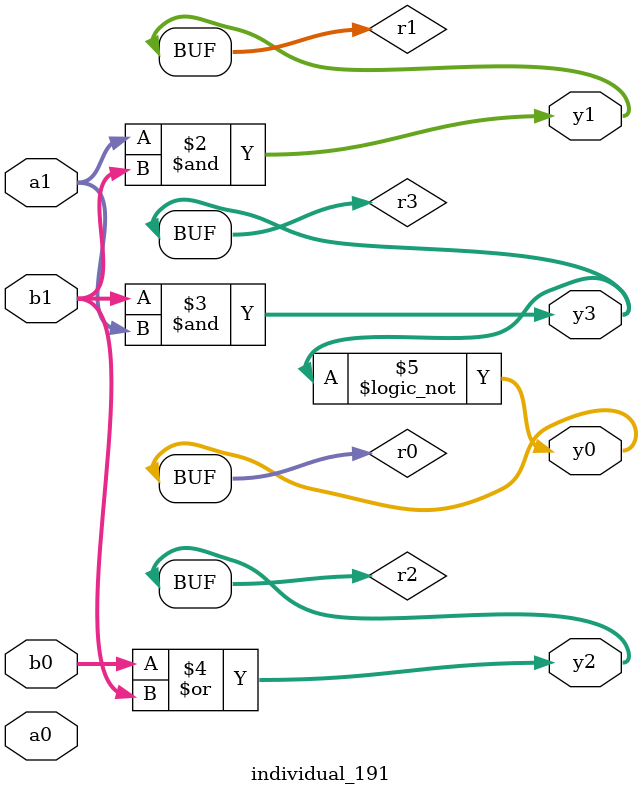
<source format=sv>
module individual_191(input logic [15:0] a1, input logic [15:0] a0, input logic [15:0] b1, input logic [15:0] b0, output logic [15:0] y3, output logic [15:0] y2, output logic [15:0] y1, output logic [15:0] y0);
logic [15:0] r0, r1, r2, r3; 
 always@(*) begin 
	 r0 = a0; r1 = a1; r2 = b0; r3 = b1; 
 	 r1  &=  b1 ;
 	 r3  &=  a1 ;
 	 r2  |=  b1 ;
 	 r0 = ! r3 ;
 	 y3 = r3; y2 = r2; y1 = r1; y0 = r0; 
end
endmodule
</source>
